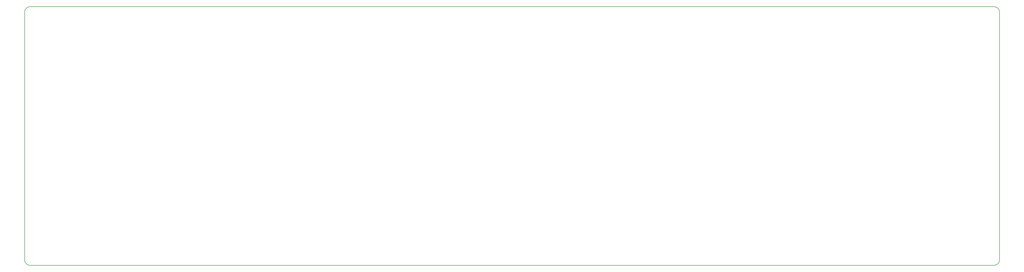
<source format=gbr>
G04 #@! TF.GenerationSoftware,KiCad,Pcbnew,8.0.7*
G04 #@! TF.CreationDate,2025-01-05T17:06:37+01:00*
G04 #@! TF.ProjectId,orthgyle,6f727468-6779-46c6-952e-6b696361645f,1*
G04 #@! TF.SameCoordinates,Original*
G04 #@! TF.FileFunction,Profile,NP*
%FSLAX46Y46*%
G04 Gerber Fmt 4.6, Leading zero omitted, Abs format (unit mm)*
G04 Created by KiCad (PCBNEW 8.0.7) date 2025-01-05 17:06:37*
%MOMM*%
%LPD*%
G01*
G04 APERTURE LIST*
G04 #@! TA.AperFunction,Profile*
%ADD10C,0.150000*%
G04 #@! TD*
G04 APERTURE END LIST*
D10*
X67747447Y-189667159D02*
X33747447Y-189667159D01*
X33747447Y-189667159D02*
G75*
G02*
X31747441Y-187667159I-47J1999959D01*
G01*
X353497447Y-189667159D02*
X67747447Y-189667159D01*
X31747447Y-96417159D02*
X31747447Y-187667159D01*
X67747447Y-94417159D02*
X33747447Y-94417159D01*
X387497447Y-94417159D02*
G75*
G02*
X389497441Y-96417159I-47J-2000041D01*
G01*
X353497447Y-94417159D02*
X387497447Y-94417159D01*
X389497447Y-187667159D02*
X389497447Y-96417159D01*
X353497447Y-189667159D02*
X387497447Y-189667159D01*
X389497447Y-187667159D02*
G75*
G02*
X387497447Y-189667247I-2000047J-41D01*
G01*
X353497447Y-94417159D02*
X67747447Y-94417159D01*
X31747447Y-96417159D02*
G75*
G02*
X33747447Y-94417157I2000003J-1D01*
G01*
M02*

</source>
